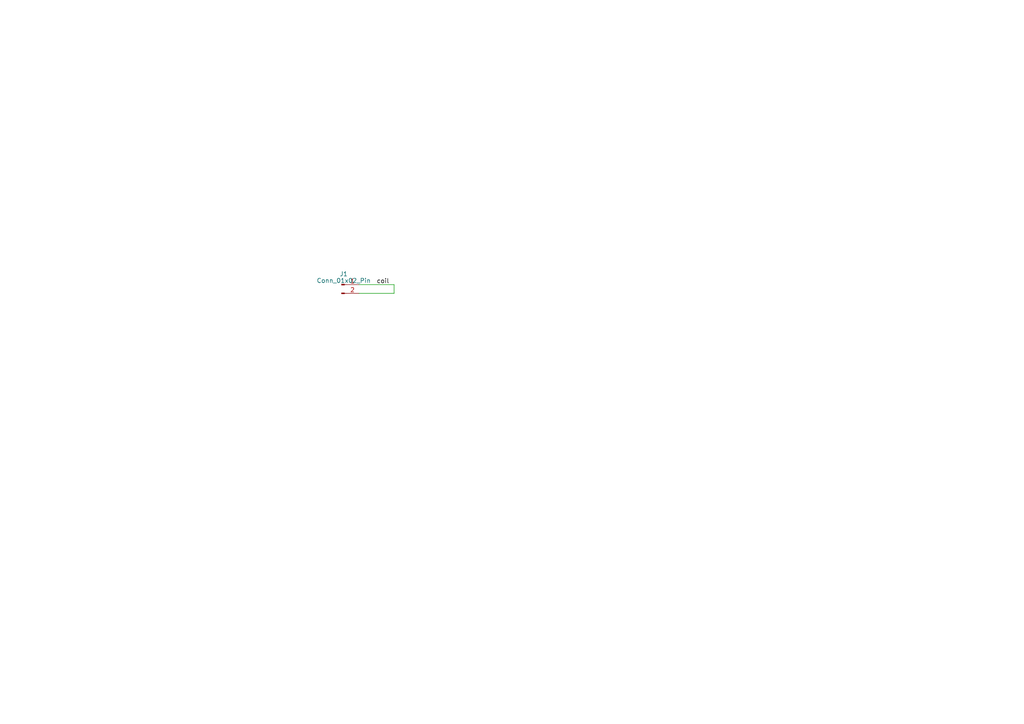
<source format=kicad_sch>
(kicad_sch (version 20230121) (generator eeschema)
  (paper "A4")
  (lib_symbols
    (symbol "Connector:Conn_01x02_Pin" (pin_names (offset 1.016) hide)
      (property "Reference" "J" (at 0 2.54 0))
      (property "Value" "Conn_01x02_Pin" (at 0 -5.08 0))
      (symbol "Conn_01x02_Pin_1_1"
        (polyline (pts (xy 1.27 -2.54) (xy 0.8636 -2.54)) (stroke (width 0.1524)))
        (polyline (pts (xy 1.27 0) (xy 0.8636 0)) (stroke (width 0.1524)))
        (rectangle (start 0.8636 -2.413) (end 0 -2.667) (stroke (width 0.1524)) (fill (type outline)))
        (rectangle (start 0.8636 0.127) (end 0 -0.127) (stroke (width 0.1524)) (fill (type outline)))
        (pin passive line (at 5.08 0 180) (length 3.81) (name "Pin_1") (number "1"))
        (pin passive line (at 5.08 -2.54 180) (length 3.81) (name "Pin_2") (number "2"))
      )
    )
  )
  (wire (pts (xy 104.14 82.55) (xy 114.3 82.55)))
  (wire (pts (xy 104.14 85.09) (xy 114.3 85.09)))
  (wire (pts (xy 114.3 82.55) (xy 114.3 85.09)))
  (label "coil" (at 109.22 82.55 0))
  (symbol (lib_id "Connector:Conn_01x02_Pin") (at 99.06 82.55 0) (unit 1)
    (property "Reference" "J1" (at 99.695 79.4639 0))
    (property "Value" "Conn_01x02_Pin" (at 99.695 81.3849 0))
    (property "Footprint" "Connector_PinHeader_2.54mm:PinHeader_1x02_P2.54mm_Vertical" (effects hide))
  )
)
</source>
